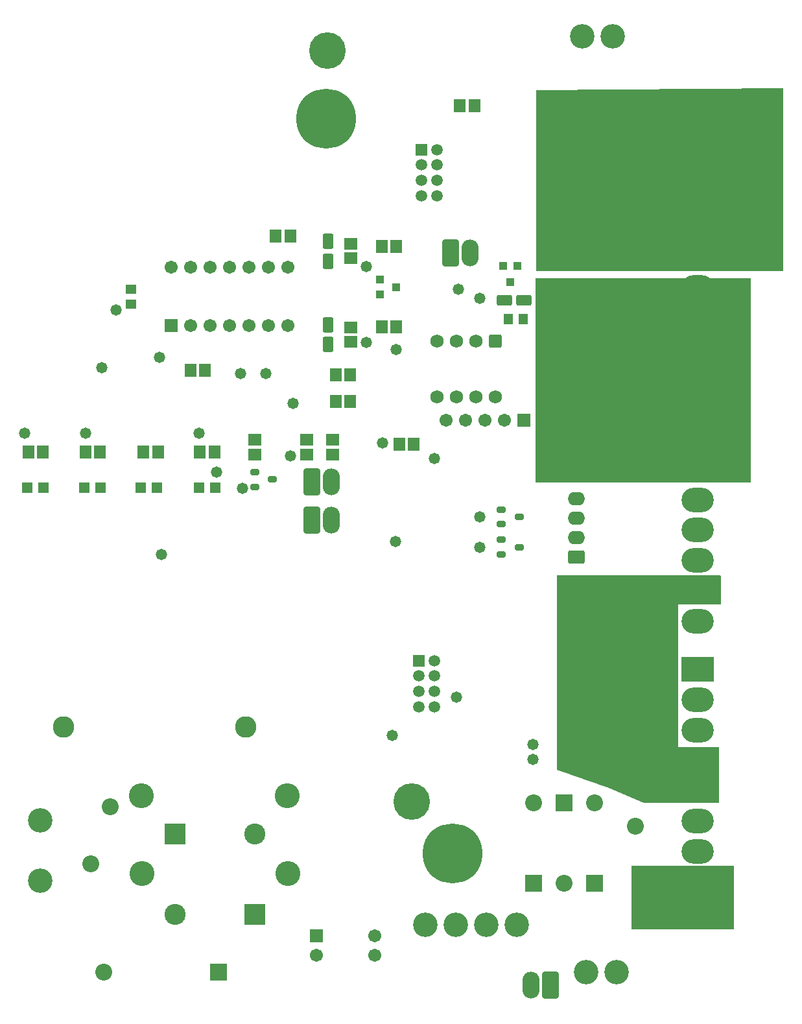
<source format=gts>
G04 Layer_Color=8388736*
%FSLAX25Y25*%
%MOIN*%
G70*
G01*
G75*
%ADD66O,0.08800X0.13800*%
G04:AMPARAMS|DCode=67|XSize=138mil|YSize=88mil|CornerRadius=14mil|HoleSize=0mil|Usage=FLASHONLY|Rotation=90.000|XOffset=0mil|YOffset=0mil|HoleType=Round|Shape=RoundedRectangle|*
%AMROUNDEDRECTD67*
21,1,0.13800,0.06000,0,0,90.0*
21,1,0.11000,0.08800,0,0,90.0*
1,1,0.02800,0.03000,0.05500*
1,1,0.02800,0.03000,-0.05500*
1,1,0.02800,-0.03000,-0.05500*
1,1,0.02800,-0.03000,0.05500*
%
%ADD67ROUNDEDRECTD67*%
%ADD68R,0.05918X0.06706*%
G04:AMPARAMS|DCode=69|XSize=78.87mil|YSize=55.24mil|CornerRadius=9.9mil|HoleSize=0mil|Usage=FLASHONLY|Rotation=270.000|XOffset=0mil|YOffset=0mil|HoleType=Round|Shape=RoundedRectangle|*
%AMROUNDEDRECTD69*
21,1,0.07887,0.03543,0,0,270.0*
21,1,0.05905,0.05524,0,0,270.0*
1,1,0.01981,-0.01772,-0.02953*
1,1,0.01981,-0.01772,0.02953*
1,1,0.01981,0.01772,0.02953*
1,1,0.01981,0.01772,-0.02953*
%
%ADD69ROUNDEDRECTD69*%
G04:AMPARAMS|DCode=70|XSize=31.62mil|YSize=47.37mil|CornerRadius=6.95mil|HoleSize=0mil|Usage=FLASHONLY|Rotation=270.000|XOffset=0mil|YOffset=0mil|HoleType=Round|Shape=RoundedRectangle|*
%AMROUNDEDRECTD70*
21,1,0.03162,0.03347,0,0,270.0*
21,1,0.01772,0.04737,0,0,270.0*
1,1,0.01391,-0.01673,-0.00886*
1,1,0.01391,-0.01673,0.00886*
1,1,0.01391,0.01673,0.00886*
1,1,0.01391,0.01673,-0.00886*
%
%ADD70ROUNDEDRECTD70*%
%ADD71R,0.06706X0.05918*%
%ADD72R,0.05524X0.05524*%
%ADD73R,0.05700X0.04700*%
%ADD74R,0.04300X0.03900*%
%ADD75R,0.04700X0.05700*%
%ADD76R,0.03900X0.04300*%
G04:AMPARAMS|DCode=77|XSize=78.87mil|YSize=55.24mil|CornerRadius=9.9mil|HoleSize=0mil|Usage=FLASHONLY|Rotation=0.000|XOffset=0mil|YOffset=0mil|HoleType=Round|Shape=RoundedRectangle|*
%AMROUNDEDRECTD77*
21,1,0.07887,0.03543,0,0,0.0*
21,1,0.05905,0.05524,0,0,0.0*
1,1,0.01981,0.02953,-0.01772*
1,1,0.01981,-0.02953,-0.01772*
1,1,0.01981,-0.02953,0.01772*
1,1,0.01981,0.02953,0.01772*
%
%ADD77ROUNDEDRECTD77*%
%ADD78C,0.06800*%
G04:AMPARAMS|DCode=79|XSize=68mil|YSize=68mil|CornerRadius=11.5mil|HoleSize=0mil|Usage=FLASHONLY|Rotation=90.000|XOffset=0mil|YOffset=0mil|HoleType=Round|Shape=RoundedRectangle|*
%AMROUNDEDRECTD79*
21,1,0.06800,0.04500,0,0,90.0*
21,1,0.04500,0.06800,0,0,90.0*
1,1,0.02300,0.02250,0.02250*
1,1,0.02300,0.02250,-0.02250*
1,1,0.02300,-0.02250,-0.02250*
1,1,0.02300,-0.02250,0.02250*
%
%ADD79ROUNDEDRECTD79*%
%ADD80O,0.08800X0.06800*%
G04:AMPARAMS|DCode=81|XSize=68mil|YSize=88mil|CornerRadius=11.5mil|HoleSize=0mil|Usage=FLASHONLY|Rotation=90.000|XOffset=0mil|YOffset=0mil|HoleType=Round|Shape=RoundedRectangle|*
%AMROUNDEDRECTD81*
21,1,0.06800,0.06500,0,0,90.0*
21,1,0.04500,0.08800,0,0,90.0*
1,1,0.02300,0.03250,0.02250*
1,1,0.02300,0.03250,-0.02250*
1,1,0.02300,-0.03250,-0.02250*
1,1,0.02300,-0.03250,0.02250*
%
%ADD81ROUNDEDRECTD81*%
%ADD82C,0.08674*%
%ADD83O,0.16548X0.12611*%
%ADD84R,0.16548X0.12611*%
%ADD85R,0.05918X0.05918*%
%ADD86C,0.05918*%
%ADD87C,0.12611*%
%ADD88R,0.08674X0.08674*%
%ADD89R,0.08674X0.08674*%
%ADD90C,0.11036*%
%ADD91R,0.06706X0.06706*%
%ADD92C,0.06706*%
%ADD93R,0.10800X0.10800*%
%ADD94C,0.10800*%
%ADD95C,0.12800*%
%ADD96C,0.06706*%
%ADD97R,0.06706X0.06706*%
%ADD98C,0.05800*%
%ADD99C,0.30800*%
%ADD100C,0.18800*%
G36*
X662000Y359500D02*
Y345000D01*
X640000Y345000D01*
Y282500D01*
Y271600D01*
X661000D01*
Y243000D01*
X622500D01*
X603971Y250741D01*
X605570Y250200D01*
X577670Y259800D01*
Y360000D01*
X661500D01*
X662000Y359500D01*
D02*
G37*
G36*
X668800Y177750D02*
X616000Y177750D01*
X616000Y210650D01*
X668800Y210650D01*
X668800Y177750D01*
D02*
G37*
G36*
X694000Y610252D02*
X694000Y516252D01*
X567300D01*
Y609264D01*
X693848Y610404D01*
X694000Y610252D01*
D02*
G37*
G36*
X677500Y407500D02*
X566900D01*
Y512500D01*
X677500D01*
Y407500D01*
D02*
G37*
D66*
X533000Y525500D02*
D03*
X564500Y149300D02*
D03*
X461700Y388100D02*
D03*
X461800Y407900D02*
D03*
D67*
X523000Y525500D02*
D03*
X574500Y149300D02*
D03*
X451700Y388100D02*
D03*
X451800Y407900D02*
D03*
D68*
X487660Y487500D02*
D03*
X495140D02*
D03*
X535440Y601200D02*
D03*
X527960D02*
D03*
X365220Y423400D02*
D03*
X372700D02*
D03*
X401740D02*
D03*
X394260D02*
D03*
X306000D02*
D03*
X313480D02*
D03*
X342900D02*
D03*
X335420D02*
D03*
X496760Y427400D02*
D03*
X504240D02*
D03*
X464060Y449400D02*
D03*
X471540D02*
D03*
X464160Y463000D02*
D03*
X471640D02*
D03*
X487660Y529000D02*
D03*
X495140D02*
D03*
X440700Y534300D02*
D03*
X433220D02*
D03*
X389360Y465200D02*
D03*
X396840D02*
D03*
D69*
X460200Y478482D02*
D03*
Y488718D02*
D03*
Y521382D02*
D03*
Y531618D02*
D03*
D70*
X558328Y390000D02*
D03*
X549272Y386260D02*
D03*
Y393740D02*
D03*
X558328Y374400D02*
D03*
X549272Y370660D02*
D03*
Y378140D02*
D03*
X422572Y412840D02*
D03*
Y405360D02*
D03*
X431628Y409100D02*
D03*
D71*
X471900Y530240D02*
D03*
Y522760D02*
D03*
Y487340D02*
D03*
Y479860D02*
D03*
X422600Y421960D02*
D03*
Y429440D02*
D03*
X462500D02*
D03*
Y421960D02*
D03*
X449000D02*
D03*
Y429440D02*
D03*
D72*
X402134Y405000D02*
D03*
X393866D02*
D03*
X313768D02*
D03*
X305500D02*
D03*
X343223D02*
D03*
X334955D02*
D03*
X363866D02*
D03*
X372134D02*
D03*
D73*
X358800Y506900D02*
D03*
Y499300D02*
D03*
D74*
X486900Y511750D02*
D03*
Y504250D02*
D03*
X495100Y508000D02*
D03*
D75*
X552800Y491600D02*
D03*
X560400D02*
D03*
D76*
X553850Y510700D02*
D03*
X550100Y518900D02*
D03*
X557600D02*
D03*
D77*
X560918Y501200D02*
D03*
X550682D02*
D03*
D78*
X533000Y528000D02*
D03*
X536300Y480400D02*
D03*
X526300D02*
D03*
X516300D02*
D03*
Y451600D02*
D03*
X526300D02*
D03*
X536300D02*
D03*
X546300D02*
D03*
X564500Y146800D02*
D03*
X461700Y390600D02*
D03*
X461800Y410400D02*
D03*
D79*
X523000Y528000D02*
D03*
X546300Y480400D02*
D03*
X574500Y146800D02*
D03*
X451700Y390600D02*
D03*
X451800Y410400D02*
D03*
D80*
X587800Y389100D02*
D03*
Y379100D02*
D03*
Y399100D02*
D03*
D81*
Y369100D02*
D03*
D82*
X618000Y231000D02*
D03*
X597000Y242891D02*
D03*
X565800D02*
D03*
X581400Y201709D02*
D03*
X344872Y156000D02*
D03*
X348200Y240964D02*
D03*
X338200Y211436D02*
D03*
D83*
X650000Y336300D02*
D03*
Y351900D02*
D03*
Y367500D02*
D03*
Y383100D02*
D03*
Y398700D02*
D03*
Y414300D02*
D03*
Y429900D02*
D03*
Y445500D02*
D03*
X650200Y186700D02*
D03*
Y202300D02*
D03*
Y217900D02*
D03*
Y233500D02*
D03*
Y249100D02*
D03*
Y264700D02*
D03*
Y280300D02*
D03*
Y295900D02*
D03*
X650000Y585900D02*
D03*
Y570300D02*
D03*
Y554700D02*
D03*
Y539100D02*
D03*
Y523500D02*
D03*
Y507900D02*
D03*
Y492300D02*
D03*
Y476700D02*
D03*
D84*
Y461100D02*
D03*
X650200Y311500D02*
D03*
X650000Y601500D02*
D03*
D85*
X508300Y578674D02*
D03*
X506926Y315974D02*
D03*
D86*
X508300Y570800D02*
D03*
Y562926D02*
D03*
Y555052D02*
D03*
X516174Y578674D02*
D03*
Y570800D02*
D03*
Y562926D02*
D03*
Y555052D02*
D03*
X506926Y308100D02*
D03*
Y300226D02*
D03*
Y292352D02*
D03*
X514800Y315974D02*
D03*
Y308100D02*
D03*
Y300226D02*
D03*
Y292352D02*
D03*
D87*
X590900Y636800D02*
D03*
X510200Y180400D02*
D03*
X541400D02*
D03*
X557000D02*
D03*
X525800D02*
D03*
X608400Y156000D02*
D03*
X592800D02*
D03*
X606500Y636800D02*
D03*
X592800Y499200D02*
D03*
Y468000D02*
D03*
Y436800D02*
D03*
Y312000D02*
D03*
Y343200D02*
D03*
Y280800D02*
D03*
Y530400D02*
D03*
Y561600D02*
D03*
Y592800D02*
D03*
X312000Y234000D02*
D03*
Y202800D02*
D03*
X628200Y186100D02*
D03*
D88*
X597000Y201709D02*
D03*
X565800D02*
D03*
X581400Y242891D02*
D03*
D89*
X403928Y156000D02*
D03*
D90*
X417752Y282000D02*
D03*
X324248D02*
D03*
D91*
X454300Y174600D02*
D03*
X560700Y439600D02*
D03*
D92*
X454300Y164600D02*
D03*
X484300Y174600D02*
D03*
Y164600D02*
D03*
X550700Y439600D02*
D03*
X540700D02*
D03*
X530700D02*
D03*
X520700D02*
D03*
D93*
X381409Y227000D02*
D03*
X422591Y185500D02*
D03*
D94*
Y227000D02*
D03*
X381409Y185500D02*
D03*
D95*
X439000Y246500D02*
D03*
X364000D02*
D03*
X439500Y206500D02*
D03*
X364500D02*
D03*
D96*
X439500Y518100D02*
D03*
X429500D02*
D03*
X419500D02*
D03*
X409500D02*
D03*
X399500D02*
D03*
X389500D02*
D03*
X379500D02*
D03*
X439500Y488100D02*
D03*
X429500D02*
D03*
X419500D02*
D03*
X409500D02*
D03*
X399500D02*
D03*
X389500D02*
D03*
D97*
X379500D02*
D03*
D98*
X526200Y297300D02*
D03*
X538200Y374400D02*
D03*
X393900Y432900D02*
D03*
X304200D02*
D03*
X335400D02*
D03*
X428000Y463500D02*
D03*
X415000D02*
D03*
X488000Y428000D02*
D03*
X538200Y390000D02*
D03*
X495300Y475800D02*
D03*
X514800Y420000D02*
D03*
X351100Y496200D02*
D03*
X479700Y518700D02*
D03*
Y479700D02*
D03*
X374400Y370500D02*
D03*
X565500Y265200D02*
D03*
X373600Y471800D02*
D03*
X402900Y412900D02*
D03*
X343900Y466600D02*
D03*
X565500Y273000D02*
D03*
X493200Y277700D02*
D03*
X527300Y506900D02*
D03*
X538300Y502400D02*
D03*
X416200Y404700D02*
D03*
X494900Y377400D02*
D03*
X442000Y448400D02*
D03*
X440800Y421100D02*
D03*
D99*
X524100Y216800D02*
D03*
X459000Y594500D02*
D03*
D100*
X459800Y629700D02*
D03*
X503300Y243700D02*
D03*
M02*

</source>
